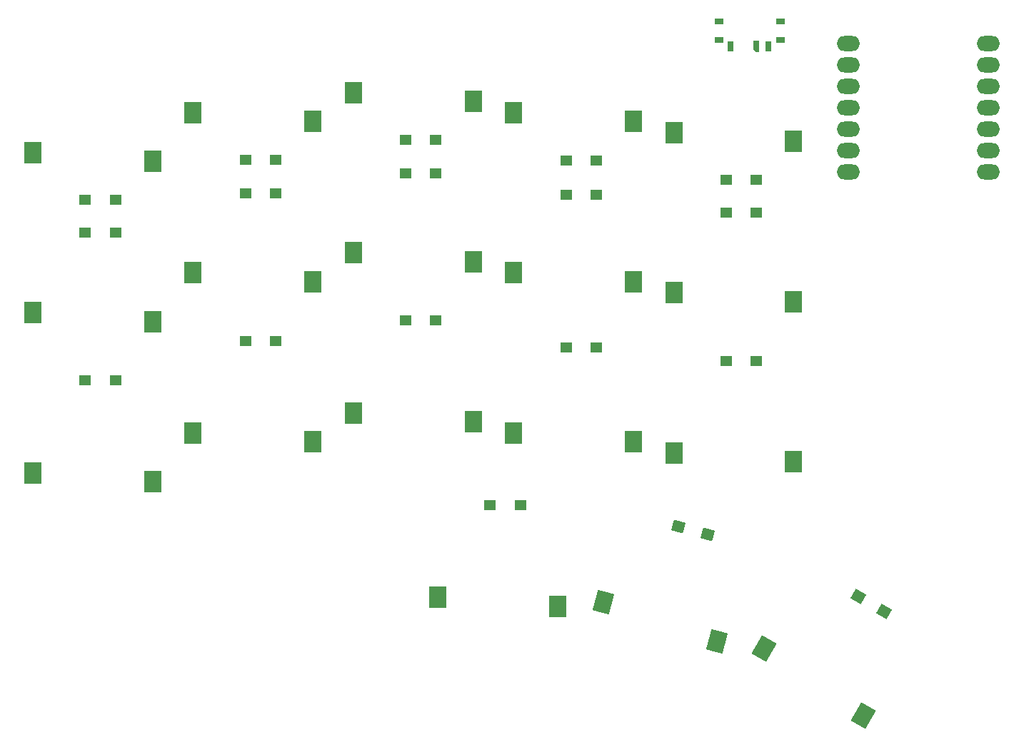
<source format=gbp>
%TF.GenerationSoftware,KiCad,Pcbnew,8.0.5*%
%TF.CreationDate,2025-01-25T20:18:34+02:00*%
%TF.ProjectId,1_3S,315f3353-2e6b-4696-9361-645f70636258,rev?*%
%TF.SameCoordinates,Original*%
%TF.FileFunction,Paste,Bot*%
%TF.FilePolarity,Positive*%
%FSLAX46Y46*%
G04 Gerber Fmt 4.6, Leading zero omitted, Abs format (unit mm)*
G04 Created by KiCad (PCBNEW 8.0.5) date 2025-01-25 20:18:34*
%MOMM*%
%LPD*%
G01*
G04 APERTURE LIST*
G04 Aperture macros list*
%AMRotRect*
0 Rectangle, with rotation*
0 The origin of the aperture is its center*
0 $1 length*
0 $2 width*
0 $3 Rotation angle, in degrees counterclockwise*
0 Add horizontal line*
21,1,$1,$2,0,0,$3*%
%AMOutline5P*
0 Free polygon, 5 corners , with rotation*
0 The origin of the aperture is its center*
0 number of corners: always 5*
0 $1 to $10 corner X, Y*
0 $11 Rotation angle, in degrees counterclockwise*
0 create outline with 5 corners*
4,1,5,$1,$2,$3,$4,$5,$6,$7,$8,$9,$10,$1,$2,$11*%
%AMOutline6P*
0 Free polygon, 6 corners , with rotation*
0 The origin of the aperture is its center*
0 number of corners: always 6*
0 $1 to $12 corner X, Y*
0 $13 Rotation angle, in degrees counterclockwise*
0 create outline with 6 corners*
4,1,6,$1,$2,$3,$4,$5,$6,$7,$8,$9,$10,$11,$12,$1,$2,$13*%
%AMOutline7P*
0 Free polygon, 7 corners , with rotation*
0 The origin of the aperture is its center*
0 number of corners: always 7*
0 $1 to $14 corner X, Y*
0 $15 Rotation angle, in degrees counterclockwise*
0 create outline with 7 corners*
4,1,7,$1,$2,$3,$4,$5,$6,$7,$8,$9,$10,$11,$12,$13,$14,$1,$2,$15*%
%AMOutline8P*
0 Free polygon, 8 corners , with rotation*
0 The origin of the aperture is its center*
0 number of corners: always 8*
0 $1 to $16 corner X, Y*
0 $17 Rotation angle, in degrees counterclockwise*
0 create outline with 8 corners*
4,1,8,$1,$2,$3,$4,$5,$6,$7,$8,$9,$10,$11,$12,$13,$14,$15,$16,$1,$2,$17*%
G04 Aperture macros list end*
%ADD10RotRect,2.000000X2.500000X330.000000*%
%ADD11R,2.000000X2.500000*%
%ADD12RotRect,2.000000X2.500000X345.000000*%
%ADD13RotRect,1.425000X1.300000X165.000000*%
%ADD14R,1.425000X1.300000*%
%ADD15RotRect,1.425000X1.300000X150.000000*%
%ADD16O,2.750000X1.800000*%
%ADD17R,1.000000X0.800000*%
%ADD18R,0.700000X1.280000*%
%ADD19Outline5P,-0.350000X0.640000X0.350000X0.640000X0.350000X-0.640000X-0.070000X-0.640000X-0.350000X-0.360000X0.000000*%
G04 APERTURE END LIST*
D10*
X182199061Y-130489492D03*
X193971622Y-138498819D03*
D11*
X114500000Y-85940970D03*
X128700000Y-86990970D03*
D12*
X163191220Y-124992485D03*
X176635607Y-129681938D03*
D11*
X95500000Y-71690970D03*
X109700000Y-72740970D03*
X152500000Y-66940970D03*
X166700000Y-67990970D03*
X114500000Y-104940970D03*
X128700000Y-105990970D03*
X171500000Y-88315970D03*
X185700000Y-89365970D03*
X171500000Y-69315970D03*
X185700000Y-70365970D03*
X152500000Y-104940970D03*
X166700000Y-105990970D03*
X152500000Y-85940970D03*
X166700000Y-86990970D03*
X114500000Y-66940970D03*
X128700000Y-67990970D03*
X171500000Y-107315970D03*
X185700000Y-108365970D03*
X95500000Y-90690970D03*
X109700000Y-91740970D03*
X133500000Y-64565970D03*
X147700000Y-65615970D03*
X143500000Y-124440700D03*
X157700000Y-125490700D03*
X133500000Y-102565970D03*
X147700000Y-103615970D03*
X95500000Y-109690970D03*
X109700000Y-110740970D03*
X133500000Y-83565970D03*
X147700000Y-84615970D03*
D13*
X175526592Y-116962639D03*
X172073408Y-116037361D03*
D14*
X181287500Y-96400000D03*
X177712500Y-96400000D03*
D15*
X196448020Y-126093750D03*
X193351980Y-124306250D03*
D14*
X153287500Y-113500000D03*
X149712500Y-113500000D03*
X105287500Y-77300000D03*
X101712500Y-77300000D03*
X105287500Y-81197000D03*
X101712500Y-81197000D03*
X162287500Y-94800000D03*
X158712500Y-94800000D03*
X181287500Y-74900000D03*
X177712500Y-74900000D03*
X181287500Y-78800000D03*
X177712500Y-78800000D03*
X143287500Y-70200000D03*
X139712500Y-70200000D03*
X143287500Y-74100000D03*
X139712500Y-74100000D03*
D16*
X192205040Y-58696046D03*
X192205040Y-61236046D03*
X192205040Y-63776046D03*
X192205040Y-66316046D03*
X192205040Y-68856046D03*
X192205040Y-71396046D03*
X192205040Y-73936046D03*
X208794960Y-73936046D03*
X208794960Y-71396046D03*
X208794960Y-68856046D03*
X208794960Y-66316046D03*
X208794960Y-63776046D03*
X208794960Y-61236046D03*
X208794960Y-58696046D03*
D14*
X162287500Y-72600000D03*
X158712500Y-72600000D03*
X124287500Y-72500000D03*
X120712500Y-72500000D03*
X143287500Y-91600000D03*
X139712500Y-91600000D03*
X162287500Y-76700000D03*
X158712500Y-76700000D03*
D17*
X184150000Y-58300970D03*
X184150000Y-56080970D03*
X176850000Y-58300970D03*
X176850000Y-56080970D03*
D18*
X182750000Y-59060970D03*
D19*
X181250000Y-59060970D03*
D18*
X178250000Y-59060970D03*
D14*
X124287500Y-76500000D03*
X120712500Y-76500000D03*
X124287500Y-94000000D03*
X120712500Y-94000000D03*
X105287500Y-98700000D03*
X101712500Y-98700000D03*
M02*

</source>
